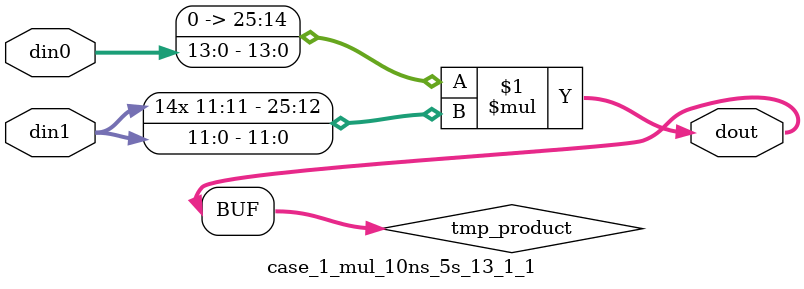
<source format=v>

`timescale 1 ns / 1 ps

 (* use_dsp = "no" *)  module case_1_mul_10ns_5s_13_1_1(din0, din1, dout);
parameter ID = 1;
parameter NUM_STAGE = 0;
parameter din0_WIDTH = 14;
parameter din1_WIDTH = 12;
parameter dout_WIDTH = 26;

input [din0_WIDTH - 1 : 0] din0; 
input [din1_WIDTH - 1 : 0] din1; 
output [dout_WIDTH - 1 : 0] dout;

wire signed [dout_WIDTH - 1 : 0] tmp_product;

























assign tmp_product = $signed({1'b0, din0}) * $signed(din1);










assign dout = tmp_product;





















endmodule

</source>
